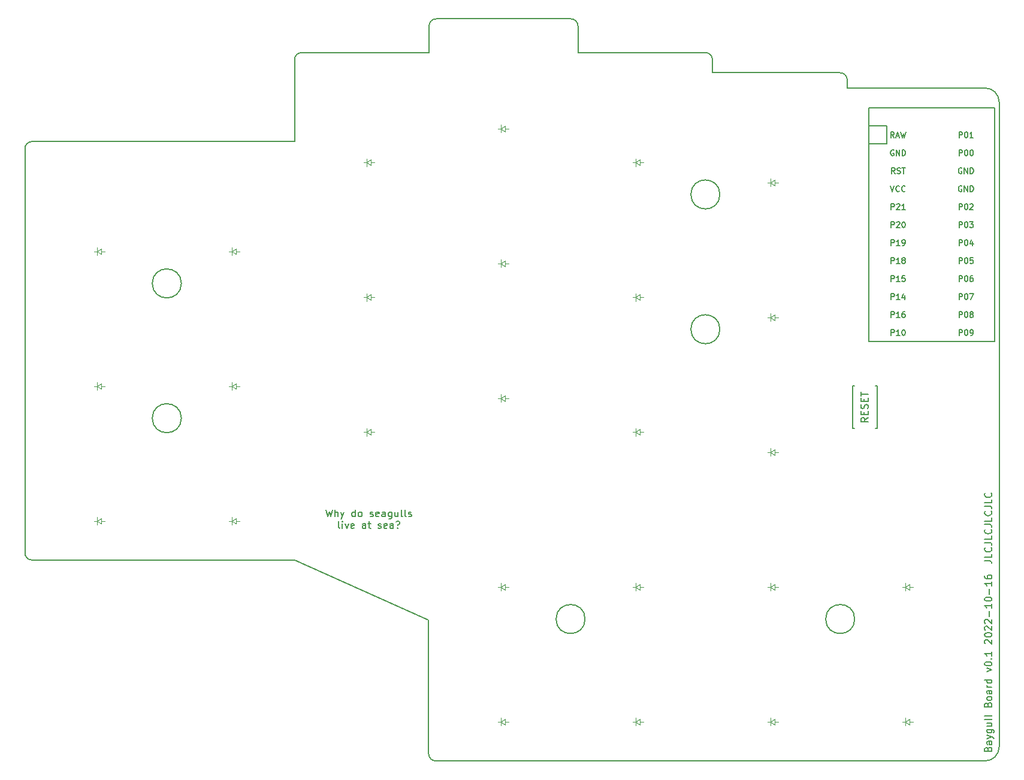
<source format=gbr>
G04 #@! TF.GenerationSoftware,KiCad,Pcbnew,5.1.5+dfsg1-2build2*
G04 #@! TF.CreationDate,2022-10-22T21:51:20+00:00*
G04 #@! TF.ProjectId,board,626f6172-642e-46b6-9963-61645f706362,v1.0.0*
G04 #@! TF.SameCoordinates,Original*
G04 #@! TF.FileFunction,Legend,Top*
G04 #@! TF.FilePolarity,Positive*
%FSLAX46Y46*%
G04 Gerber Fmt 4.6, Leading zero omitted, Abs format (unit mm)*
G04 Created by KiCad (PCBNEW 5.1.5+dfsg1-2build2) date 2022-10-22 21:51:20*
%MOMM*%
%LPD*%
G04 APERTURE LIST*
%ADD10C,0.150000*%
G04 #@! TA.AperFunction,Profile*
%ADD11C,0.150000*%
G04 #@! TD*
%ADD12C,0.100000*%
G04 APERTURE END LIST*
D10*
X51102380Y-3389880D02*
X51340476Y-4389880D01*
X51530952Y-3675595D01*
X51721428Y-4389880D01*
X51959523Y-3389880D01*
X52340476Y-4389880D02*
X52340476Y-3389880D01*
X52769047Y-4389880D02*
X52769047Y-3866071D01*
X52721428Y-3770833D01*
X52626190Y-3723214D01*
X52483333Y-3723214D01*
X52388095Y-3770833D01*
X52340476Y-3818452D01*
X53150000Y-3723214D02*
X53388095Y-4389880D01*
X53626190Y-3723214D02*
X53388095Y-4389880D01*
X53292857Y-4627976D01*
X53245238Y-4675595D01*
X53150000Y-4723214D01*
X55197619Y-4389880D02*
X55197619Y-3389880D01*
X55197619Y-4342261D02*
X55102380Y-4389880D01*
X54911904Y-4389880D01*
X54816666Y-4342261D01*
X54769047Y-4294642D01*
X54721428Y-4199404D01*
X54721428Y-3913690D01*
X54769047Y-3818452D01*
X54816666Y-3770833D01*
X54911904Y-3723214D01*
X55102380Y-3723214D01*
X55197619Y-3770833D01*
X55816666Y-4389880D02*
X55721428Y-4342261D01*
X55673809Y-4294642D01*
X55626190Y-4199404D01*
X55626190Y-3913690D01*
X55673809Y-3818452D01*
X55721428Y-3770833D01*
X55816666Y-3723214D01*
X55959523Y-3723214D01*
X56054761Y-3770833D01*
X56102380Y-3818452D01*
X56150000Y-3913690D01*
X56150000Y-4199404D01*
X56102380Y-4294642D01*
X56054761Y-4342261D01*
X55959523Y-4389880D01*
X55816666Y-4389880D01*
X57292857Y-4342261D02*
X57388095Y-4389880D01*
X57578571Y-4389880D01*
X57673809Y-4342261D01*
X57721428Y-4247023D01*
X57721428Y-4199404D01*
X57673809Y-4104166D01*
X57578571Y-4056547D01*
X57435714Y-4056547D01*
X57340476Y-4008928D01*
X57292857Y-3913690D01*
X57292857Y-3866071D01*
X57340476Y-3770833D01*
X57435714Y-3723214D01*
X57578571Y-3723214D01*
X57673809Y-3770833D01*
X58530952Y-4342261D02*
X58435714Y-4389880D01*
X58245238Y-4389880D01*
X58150000Y-4342261D01*
X58102380Y-4247023D01*
X58102380Y-3866071D01*
X58150000Y-3770833D01*
X58245238Y-3723214D01*
X58435714Y-3723214D01*
X58530952Y-3770833D01*
X58578571Y-3866071D01*
X58578571Y-3961309D01*
X58102380Y-4056547D01*
X59435714Y-4389880D02*
X59435714Y-3866071D01*
X59388095Y-3770833D01*
X59292857Y-3723214D01*
X59102380Y-3723214D01*
X59007142Y-3770833D01*
X59435714Y-4342261D02*
X59340476Y-4389880D01*
X59102380Y-4389880D01*
X59007142Y-4342261D01*
X58959523Y-4247023D01*
X58959523Y-4151785D01*
X59007142Y-4056547D01*
X59102380Y-4008928D01*
X59340476Y-4008928D01*
X59435714Y-3961309D01*
X60340476Y-3723214D02*
X60340476Y-4532738D01*
X60292857Y-4627976D01*
X60245238Y-4675595D01*
X60150000Y-4723214D01*
X60007142Y-4723214D01*
X59911904Y-4675595D01*
X60340476Y-4342261D02*
X60245238Y-4389880D01*
X60054761Y-4389880D01*
X59959523Y-4342261D01*
X59911904Y-4294642D01*
X59864285Y-4199404D01*
X59864285Y-3913690D01*
X59911904Y-3818452D01*
X59959523Y-3770833D01*
X60054761Y-3723214D01*
X60245238Y-3723214D01*
X60340476Y-3770833D01*
X61245238Y-3723214D02*
X61245238Y-4389880D01*
X60816666Y-3723214D02*
X60816666Y-4247023D01*
X60864285Y-4342261D01*
X60959523Y-4389880D01*
X61102380Y-4389880D01*
X61197619Y-4342261D01*
X61245238Y-4294642D01*
X61864285Y-4389880D02*
X61769047Y-4342261D01*
X61721428Y-4247023D01*
X61721428Y-3389880D01*
X62388095Y-4389880D02*
X62292857Y-4342261D01*
X62245238Y-4247023D01*
X62245238Y-3389880D01*
X62721428Y-4342261D02*
X62816666Y-4389880D01*
X63007142Y-4389880D01*
X63102380Y-4342261D01*
X63150000Y-4247023D01*
X63150000Y-4199404D01*
X63102380Y-4104166D01*
X63007142Y-4056547D01*
X62864285Y-4056547D01*
X62769047Y-4008928D01*
X62721428Y-3913690D01*
X62721428Y-3866071D01*
X62769047Y-3770833D01*
X62864285Y-3723214D01*
X63007142Y-3723214D01*
X63102380Y-3770833D01*
X53007142Y-6039880D02*
X52911904Y-5992261D01*
X52864285Y-5897023D01*
X52864285Y-5039880D01*
X53388095Y-6039880D02*
X53388095Y-5373214D01*
X53388095Y-5039880D02*
X53340476Y-5087500D01*
X53388095Y-5135119D01*
X53435714Y-5087500D01*
X53388095Y-5039880D01*
X53388095Y-5135119D01*
X53769047Y-5373214D02*
X54007142Y-6039880D01*
X54245238Y-5373214D01*
X55007142Y-5992261D02*
X54911904Y-6039880D01*
X54721428Y-6039880D01*
X54626190Y-5992261D01*
X54578571Y-5897023D01*
X54578571Y-5516071D01*
X54626190Y-5420833D01*
X54721428Y-5373214D01*
X54911904Y-5373214D01*
X55007142Y-5420833D01*
X55054761Y-5516071D01*
X55054761Y-5611309D01*
X54578571Y-5706547D01*
X56673809Y-6039880D02*
X56673809Y-5516071D01*
X56626190Y-5420833D01*
X56530952Y-5373214D01*
X56340476Y-5373214D01*
X56245238Y-5420833D01*
X56673809Y-5992261D02*
X56578571Y-6039880D01*
X56340476Y-6039880D01*
X56245238Y-5992261D01*
X56197619Y-5897023D01*
X56197619Y-5801785D01*
X56245238Y-5706547D01*
X56340476Y-5658928D01*
X56578571Y-5658928D01*
X56673809Y-5611309D01*
X57007142Y-5373214D02*
X57388095Y-5373214D01*
X57150000Y-5039880D02*
X57150000Y-5897023D01*
X57197619Y-5992261D01*
X57292857Y-6039880D01*
X57388095Y-6039880D01*
X58435714Y-5992261D02*
X58530952Y-6039880D01*
X58721428Y-6039880D01*
X58816666Y-5992261D01*
X58864285Y-5897023D01*
X58864285Y-5849404D01*
X58816666Y-5754166D01*
X58721428Y-5706547D01*
X58578571Y-5706547D01*
X58483333Y-5658928D01*
X58435714Y-5563690D01*
X58435714Y-5516071D01*
X58483333Y-5420833D01*
X58578571Y-5373214D01*
X58721428Y-5373214D01*
X58816666Y-5420833D01*
X59673809Y-5992261D02*
X59578571Y-6039880D01*
X59388095Y-6039880D01*
X59292857Y-5992261D01*
X59245238Y-5897023D01*
X59245238Y-5516071D01*
X59292857Y-5420833D01*
X59388095Y-5373214D01*
X59578571Y-5373214D01*
X59673809Y-5420833D01*
X59721428Y-5516071D01*
X59721428Y-5611309D01*
X59245238Y-5706547D01*
X60578571Y-6039880D02*
X60578571Y-5516071D01*
X60530952Y-5420833D01*
X60435714Y-5373214D01*
X60245238Y-5373214D01*
X60150000Y-5420833D01*
X60578571Y-5992261D02*
X60483333Y-6039880D01*
X60245238Y-6039880D01*
X60150000Y-5992261D01*
X60102380Y-5897023D01*
X60102380Y-5801785D01*
X60150000Y-5706547D01*
X60245238Y-5658928D01*
X60483333Y-5658928D01*
X60578571Y-5611309D01*
X61197619Y-5944642D02*
X61245238Y-5992261D01*
X61197619Y-6039880D01*
X61150000Y-5992261D01*
X61197619Y-5944642D01*
X61197619Y-6039880D01*
X61007142Y-5087500D02*
X61102380Y-5039880D01*
X61340476Y-5039880D01*
X61435714Y-5087500D01*
X61483333Y-5182738D01*
X61483333Y-5277976D01*
X61435714Y-5373214D01*
X61388095Y-5420833D01*
X61292857Y-5468452D01*
X61245238Y-5516071D01*
X61197619Y-5611309D01*
X61197619Y-5658928D01*
X144608571Y-37240571D02*
X144656190Y-37097714D01*
X144703809Y-37050095D01*
X144799047Y-37002476D01*
X144941904Y-37002476D01*
X145037142Y-37050095D01*
X145084761Y-37097714D01*
X145132380Y-37192952D01*
X145132380Y-37573904D01*
X144132380Y-37573904D01*
X144132380Y-37240571D01*
X144180000Y-37145333D01*
X144227619Y-37097714D01*
X144322857Y-37050095D01*
X144418095Y-37050095D01*
X144513333Y-37097714D01*
X144560952Y-37145333D01*
X144608571Y-37240571D01*
X144608571Y-37573904D01*
X145132380Y-36145333D02*
X144608571Y-36145333D01*
X144513333Y-36192952D01*
X144465714Y-36288190D01*
X144465714Y-36478666D01*
X144513333Y-36573904D01*
X145084761Y-36145333D02*
X145132380Y-36240571D01*
X145132380Y-36478666D01*
X145084761Y-36573904D01*
X144989523Y-36621523D01*
X144894285Y-36621523D01*
X144799047Y-36573904D01*
X144751428Y-36478666D01*
X144751428Y-36240571D01*
X144703809Y-36145333D01*
X144465714Y-35764380D02*
X145132380Y-35526285D01*
X144465714Y-35288190D02*
X145132380Y-35526285D01*
X145370476Y-35621523D01*
X145418095Y-35669142D01*
X145465714Y-35764380D01*
X144465714Y-34478666D02*
X145275238Y-34478666D01*
X145370476Y-34526285D01*
X145418095Y-34573904D01*
X145465714Y-34669142D01*
X145465714Y-34812000D01*
X145418095Y-34907238D01*
X145084761Y-34478666D02*
X145132380Y-34573904D01*
X145132380Y-34764380D01*
X145084761Y-34859619D01*
X145037142Y-34907238D01*
X144941904Y-34954857D01*
X144656190Y-34954857D01*
X144560952Y-34907238D01*
X144513333Y-34859619D01*
X144465714Y-34764380D01*
X144465714Y-34573904D01*
X144513333Y-34478666D01*
X144465714Y-33573904D02*
X145132380Y-33573904D01*
X144465714Y-34002476D02*
X144989523Y-34002476D01*
X145084761Y-33954857D01*
X145132380Y-33859619D01*
X145132380Y-33716761D01*
X145084761Y-33621523D01*
X145037142Y-33573904D01*
X145132380Y-32954857D02*
X145084761Y-33050095D01*
X144989523Y-33097714D01*
X144132380Y-33097714D01*
X145132380Y-32431047D02*
X145084761Y-32526285D01*
X144989523Y-32573904D01*
X144132380Y-32573904D01*
X144608571Y-30954857D02*
X144656190Y-30812000D01*
X144703809Y-30764380D01*
X144799047Y-30716761D01*
X144941904Y-30716761D01*
X145037142Y-30764380D01*
X145084761Y-30812000D01*
X145132380Y-30907238D01*
X145132380Y-31288190D01*
X144132380Y-31288190D01*
X144132380Y-30954857D01*
X144180000Y-30859619D01*
X144227619Y-30812000D01*
X144322857Y-30764380D01*
X144418095Y-30764380D01*
X144513333Y-30812000D01*
X144560952Y-30859619D01*
X144608571Y-30954857D01*
X144608571Y-31288190D01*
X145132380Y-30145333D02*
X145084761Y-30240571D01*
X145037142Y-30288190D01*
X144941904Y-30335809D01*
X144656190Y-30335809D01*
X144560952Y-30288190D01*
X144513333Y-30240571D01*
X144465714Y-30145333D01*
X144465714Y-30002476D01*
X144513333Y-29907238D01*
X144560952Y-29859619D01*
X144656190Y-29812000D01*
X144941904Y-29812000D01*
X145037142Y-29859619D01*
X145084761Y-29907238D01*
X145132380Y-30002476D01*
X145132380Y-30145333D01*
X145132380Y-28954857D02*
X144608571Y-28954857D01*
X144513333Y-29002476D01*
X144465714Y-29097714D01*
X144465714Y-29288190D01*
X144513333Y-29383428D01*
X145084761Y-28954857D02*
X145132380Y-29050095D01*
X145132380Y-29288190D01*
X145084761Y-29383428D01*
X144989523Y-29431047D01*
X144894285Y-29431047D01*
X144799047Y-29383428D01*
X144751428Y-29288190D01*
X144751428Y-29050095D01*
X144703809Y-28954857D01*
X145132380Y-28478666D02*
X144465714Y-28478666D01*
X144656190Y-28478666D02*
X144560952Y-28431047D01*
X144513333Y-28383428D01*
X144465714Y-28288190D01*
X144465714Y-28192952D01*
X145132380Y-27431047D02*
X144132380Y-27431047D01*
X145084761Y-27431047D02*
X145132380Y-27526285D01*
X145132380Y-27716761D01*
X145084761Y-27812000D01*
X145037142Y-27859619D01*
X144941904Y-27907238D01*
X144656190Y-27907238D01*
X144560952Y-27859619D01*
X144513333Y-27812000D01*
X144465714Y-27716761D01*
X144465714Y-27526285D01*
X144513333Y-27431047D01*
X144465714Y-26288190D02*
X145132380Y-26050095D01*
X144465714Y-25812000D01*
X144132380Y-25240571D02*
X144132380Y-25145333D01*
X144180000Y-25050095D01*
X144227619Y-25002476D01*
X144322857Y-24954857D01*
X144513333Y-24907238D01*
X144751428Y-24907238D01*
X144941904Y-24954857D01*
X145037142Y-25002476D01*
X145084761Y-25050095D01*
X145132380Y-25145333D01*
X145132380Y-25240571D01*
X145084761Y-25335809D01*
X145037142Y-25383428D01*
X144941904Y-25431047D01*
X144751428Y-25478666D01*
X144513333Y-25478666D01*
X144322857Y-25431047D01*
X144227619Y-25383428D01*
X144180000Y-25335809D01*
X144132380Y-25240571D01*
X145037142Y-24478666D02*
X145084761Y-24431047D01*
X145132380Y-24478666D01*
X145084761Y-24526285D01*
X145037142Y-24478666D01*
X145132380Y-24478666D01*
X145132380Y-23478666D02*
X145132380Y-24050095D01*
X145132380Y-23764380D02*
X144132380Y-23764380D01*
X144275238Y-23859619D01*
X144370476Y-23954857D01*
X144418095Y-24050095D01*
X144227619Y-22335809D02*
X144180000Y-22288190D01*
X144132380Y-22192952D01*
X144132380Y-21954857D01*
X144180000Y-21859619D01*
X144227619Y-21812000D01*
X144322857Y-21764380D01*
X144418095Y-21764380D01*
X144560952Y-21812000D01*
X145132380Y-22383428D01*
X145132380Y-21764380D01*
X144132380Y-21145333D02*
X144132380Y-21050095D01*
X144180000Y-20954857D01*
X144227619Y-20907238D01*
X144322857Y-20859619D01*
X144513333Y-20812000D01*
X144751428Y-20812000D01*
X144941904Y-20859619D01*
X145037142Y-20907238D01*
X145084761Y-20954857D01*
X145132380Y-21050095D01*
X145132380Y-21145333D01*
X145084761Y-21240571D01*
X145037142Y-21288190D01*
X144941904Y-21335809D01*
X144751428Y-21383428D01*
X144513333Y-21383428D01*
X144322857Y-21335809D01*
X144227619Y-21288190D01*
X144180000Y-21240571D01*
X144132380Y-21145333D01*
X144227619Y-20431047D02*
X144180000Y-20383428D01*
X144132380Y-20288190D01*
X144132380Y-20050095D01*
X144180000Y-19954857D01*
X144227619Y-19907238D01*
X144322857Y-19859619D01*
X144418095Y-19859619D01*
X144560952Y-19907238D01*
X145132380Y-20478666D01*
X145132380Y-19859619D01*
X144227619Y-19478666D02*
X144180000Y-19431047D01*
X144132380Y-19335809D01*
X144132380Y-19097714D01*
X144180000Y-19002476D01*
X144227619Y-18954857D01*
X144322857Y-18907238D01*
X144418095Y-18907238D01*
X144560952Y-18954857D01*
X145132380Y-19526285D01*
X145132380Y-18907238D01*
X144751428Y-18478666D02*
X144751428Y-17716761D01*
X145132380Y-16716761D02*
X145132380Y-17288190D01*
X145132380Y-17002476D02*
X144132380Y-17002476D01*
X144275238Y-17097714D01*
X144370476Y-17192952D01*
X144418095Y-17288190D01*
X144132380Y-16097714D02*
X144132380Y-16002476D01*
X144180000Y-15907238D01*
X144227619Y-15859619D01*
X144322857Y-15812000D01*
X144513333Y-15764380D01*
X144751428Y-15764380D01*
X144941904Y-15812000D01*
X145037142Y-15859619D01*
X145084761Y-15907238D01*
X145132380Y-16002476D01*
X145132380Y-16097714D01*
X145084761Y-16192952D01*
X145037142Y-16240571D01*
X144941904Y-16288190D01*
X144751428Y-16335809D01*
X144513333Y-16335809D01*
X144322857Y-16288190D01*
X144227619Y-16240571D01*
X144180000Y-16192952D01*
X144132380Y-16097714D01*
X144751428Y-15335809D02*
X144751428Y-14573904D01*
X145132380Y-13573904D02*
X145132380Y-14145333D01*
X145132380Y-13859619D02*
X144132380Y-13859619D01*
X144275238Y-13954857D01*
X144370476Y-14050095D01*
X144418095Y-14145333D01*
X144132380Y-12716761D02*
X144132380Y-12907238D01*
X144180000Y-13002476D01*
X144227619Y-13050095D01*
X144370476Y-13145333D01*
X144560952Y-13192952D01*
X144941904Y-13192952D01*
X145037142Y-13145333D01*
X145084761Y-13097714D01*
X145132380Y-13002476D01*
X145132380Y-12812000D01*
X145084761Y-12716761D01*
X145037142Y-12669142D01*
X144941904Y-12621523D01*
X144703809Y-12621523D01*
X144608571Y-12669142D01*
X144560952Y-12716761D01*
X144513333Y-12812000D01*
X144513333Y-13002476D01*
X144560952Y-13097714D01*
X144608571Y-13145333D01*
X144703809Y-13192952D01*
X144132380Y-10618190D02*
X144846666Y-10618190D01*
X144989523Y-10665809D01*
X145084761Y-10761047D01*
X145132380Y-10903904D01*
X145132380Y-10999142D01*
X145132380Y-9665809D02*
X145132380Y-10142000D01*
X144132380Y-10142000D01*
X145037142Y-8761047D02*
X145084761Y-8808666D01*
X145132380Y-8951523D01*
X145132380Y-9046761D01*
X145084761Y-9189619D01*
X144989523Y-9284857D01*
X144894285Y-9332476D01*
X144703809Y-9380095D01*
X144560952Y-9380095D01*
X144370476Y-9332476D01*
X144275238Y-9284857D01*
X144180000Y-9189619D01*
X144132380Y-9046761D01*
X144132380Y-8951523D01*
X144180000Y-8808666D01*
X144227619Y-8761047D01*
X144132380Y-8046761D02*
X144846666Y-8046761D01*
X144989523Y-8094380D01*
X145084761Y-8189619D01*
X145132380Y-8332476D01*
X145132380Y-8427714D01*
X145132380Y-7094380D02*
X145132380Y-7570571D01*
X144132380Y-7570571D01*
X145037142Y-6189619D02*
X145084761Y-6237238D01*
X145132380Y-6380095D01*
X145132380Y-6475333D01*
X145084761Y-6618190D01*
X144989523Y-6713428D01*
X144894285Y-6761047D01*
X144703809Y-6808666D01*
X144560952Y-6808666D01*
X144370476Y-6761047D01*
X144275238Y-6713428D01*
X144180000Y-6618190D01*
X144132380Y-6475333D01*
X144132380Y-6380095D01*
X144180000Y-6237238D01*
X144227619Y-6189619D01*
X144132380Y-5475333D02*
X144846666Y-5475333D01*
X144989523Y-5522952D01*
X145084761Y-5618190D01*
X145132380Y-5761047D01*
X145132380Y-5856285D01*
X145132380Y-4522952D02*
X145132380Y-4999142D01*
X144132380Y-4999142D01*
X145037142Y-3618190D02*
X145084761Y-3665809D01*
X145132380Y-3808666D01*
X145132380Y-3903904D01*
X145084761Y-4046761D01*
X144989523Y-4142000D01*
X144894285Y-4189619D01*
X144703809Y-4237238D01*
X144560952Y-4237238D01*
X144370476Y-4189619D01*
X144275238Y-4142000D01*
X144180000Y-4046761D01*
X144132380Y-3903904D01*
X144132380Y-3808666D01*
X144180000Y-3665809D01*
X144227619Y-3618190D01*
X144132380Y-2903904D02*
X144846666Y-2903904D01*
X144989523Y-2951523D01*
X145084761Y-3046761D01*
X145132380Y-3189619D01*
X145132380Y-3284857D01*
X145132380Y-1951523D02*
X145132380Y-2427714D01*
X144132380Y-2427714D01*
X145037142Y-1046761D02*
X145084761Y-1094380D01*
X145132380Y-1237238D01*
X145132380Y-1332476D01*
X145084761Y-1475333D01*
X144989523Y-1570571D01*
X144894285Y-1618190D01*
X144703809Y-1665809D01*
X144560952Y-1665809D01*
X144370476Y-1618190D01*
X144275238Y-1570571D01*
X144180000Y-1475333D01*
X144132380Y-1332476D01*
X144132380Y-1237238D01*
X144180000Y-1094380D01*
X144227619Y-1046761D01*
D11*
X9525000Y-10525000D02*
X46625000Y-10525000D01*
X8525000Y-9525000D02*
X8525000Y47625000D01*
X9525000Y-10525000D02*
G75*
G02X8525000Y-9525000I0J1000000D01*
G01*
X9525000Y48625000D02*
X46625000Y48625000D01*
X8525000Y47625000D02*
G75*
G02X9525000Y48625000I1000000J0D01*
G01*
X65625000Y61198000D02*
X47625000Y61198000D01*
X46625000Y60198000D02*
G75*
G02X47625000Y61198000I1000000J0D01*
G01*
X46625000Y60198000D02*
X46625000Y48625000D01*
X86675000Y61198000D02*
X86675000Y64960500D01*
X85675000Y65960500D02*
G75*
G02X86675000Y64960500I0J-1000000D01*
G01*
X85675000Y65960500D02*
X66625000Y65960500D01*
X65625000Y64960500D02*
G75*
G02X66625000Y65960500I1000000J0D01*
G01*
X65625000Y64960500D02*
X65625000Y61198000D01*
X105675000Y58340500D02*
X105675000Y60198000D01*
X104675000Y61198000D02*
G75*
G02X105675000Y60198000I0J-1000000D01*
G01*
X104675000Y61198000D02*
X86675000Y61198000D01*
X124725000Y56190500D02*
X124725000Y57340500D01*
X123725000Y58340500D02*
G75*
G02X124725000Y57340500I0J-1000000D01*
G01*
X123725000Y58340500D02*
X105675000Y58340500D01*
X65575000Y-37909500D02*
X65575000Y-18968378D01*
X66575000Y-38909500D02*
X144200000Y-38909500D01*
X66575000Y-38909500D02*
G75*
G02X65575000Y-37909500I0J1000000D01*
G01*
X65575000Y-18968378D02*
X46625000Y-10525000D01*
X146200000Y-36909500D02*
G75*
G02X144200000Y-38909500I-2000000J0D01*
G01*
X146200000Y-36909500D02*
X146200000Y54190500D01*
X144200000Y56190500D02*
G75*
G02X146200000Y54190500I0J-2000000D01*
G01*
X144200000Y56190500D02*
X124725000Y56190500D01*
X30625000Y28575000D02*
G75*
G03X30625000Y28575000I-2050000J0D01*
G01*
X30625000Y9525000D02*
G75*
G03X30625000Y9525000I-2050000J0D01*
G01*
X106725000Y41148000D02*
G75*
G03X106725000Y41148000I-2050000J0D01*
G01*
X106725000Y22098000D02*
G75*
G03X106725000Y22098000I-2050000J0D01*
G01*
X125775000Y-18859500D02*
G75*
G03X125775000Y-18859500I-2050000J0D01*
G01*
X87675000Y-18859500D02*
G75*
G03X87675000Y-18859500I-2050000J0D01*
G01*
D12*
G04 #@! TO.C,D1*
X19300000Y-5000000D02*
X19800000Y-5000000D01*
X19300000Y-5400000D02*
X18700000Y-5000000D01*
X19300000Y-4600000D02*
X19300000Y-5400000D01*
X18700000Y-5000000D02*
X19300000Y-4600000D01*
X18700000Y-5000000D02*
X18700000Y-5550000D01*
X18700000Y-5000000D02*
X18700000Y-4450000D01*
X18300000Y-5000000D02*
X18700000Y-5000000D01*
G04 #@! TO.C,D2*
X19300000Y14050000D02*
X19800000Y14050000D01*
X19300000Y13650000D02*
X18700000Y14050000D01*
X19300000Y14450000D02*
X19300000Y13650000D01*
X18700000Y14050000D02*
X19300000Y14450000D01*
X18700000Y14050000D02*
X18700000Y13500000D01*
X18700000Y14050000D02*
X18700000Y14600000D01*
X18300000Y14050000D02*
X18700000Y14050000D01*
G04 #@! TO.C,D3*
X19300000Y33100000D02*
X19800000Y33100000D01*
X19300000Y32700000D02*
X18700000Y33100000D01*
X19300000Y33500000D02*
X19300000Y32700000D01*
X18700000Y33100000D02*
X19300000Y33500000D01*
X18700000Y33100000D02*
X18700000Y32550000D01*
X18700000Y33100000D02*
X18700000Y33650000D01*
X18300000Y33100000D02*
X18700000Y33100000D01*
G04 #@! TO.C,D4*
X38350000Y-5000000D02*
X38850000Y-5000000D01*
X38350000Y-5400000D02*
X37750000Y-5000000D01*
X38350000Y-4600000D02*
X38350000Y-5400000D01*
X37750000Y-5000000D02*
X38350000Y-4600000D01*
X37750000Y-5000000D02*
X37750000Y-5550000D01*
X37750000Y-5000000D02*
X37750000Y-4450000D01*
X37350000Y-5000000D02*
X37750000Y-5000000D01*
G04 #@! TO.C,D5*
X38350000Y14050000D02*
X38850000Y14050000D01*
X38350000Y13650000D02*
X37750000Y14050000D01*
X38350000Y14450000D02*
X38350000Y13650000D01*
X37750000Y14050000D02*
X38350000Y14450000D01*
X37750000Y14050000D02*
X37750000Y13500000D01*
X37750000Y14050000D02*
X37750000Y14600000D01*
X37350000Y14050000D02*
X37750000Y14050000D01*
G04 #@! TO.C,D6*
X38350000Y33100000D02*
X38850000Y33100000D01*
X38350000Y32700000D02*
X37750000Y33100000D01*
X38350000Y33500000D02*
X38350000Y32700000D01*
X37750000Y33100000D02*
X38350000Y33500000D01*
X37750000Y33100000D02*
X37750000Y32550000D01*
X37750000Y33100000D02*
X37750000Y33650000D01*
X37350000Y33100000D02*
X37750000Y33100000D01*
G04 #@! TO.C,D7*
X57400000Y7573000D02*
X57900000Y7573000D01*
X57400000Y7173000D02*
X56800000Y7573000D01*
X57400000Y7973000D02*
X57400000Y7173000D01*
X56800000Y7573000D02*
X57400000Y7973000D01*
X56800000Y7573000D02*
X56800000Y7023000D01*
X56800000Y7573000D02*
X56800000Y8123000D01*
X56400000Y7573000D02*
X56800000Y7573000D01*
G04 #@! TO.C,D8*
X57400000Y26623000D02*
X57900000Y26623000D01*
X57400000Y26223000D02*
X56800000Y26623000D01*
X57400000Y27023000D02*
X57400000Y26223000D01*
X56800000Y26623000D02*
X57400000Y27023000D01*
X56800000Y26623000D02*
X56800000Y26073000D01*
X56800000Y26623000D02*
X56800000Y27173000D01*
X56400000Y26623000D02*
X56800000Y26623000D01*
G04 #@! TO.C,D9*
X57400000Y45673000D02*
X57900000Y45673000D01*
X57400000Y45273000D02*
X56800000Y45673000D01*
X57400000Y46073000D02*
X57400000Y45273000D01*
X56800000Y45673000D02*
X57400000Y46073000D01*
X56800000Y45673000D02*
X56800000Y45123000D01*
X56800000Y45673000D02*
X56800000Y46223000D01*
X56400000Y45673000D02*
X56800000Y45673000D01*
G04 #@! TO.C,D10*
X76400000Y12335500D02*
X76900000Y12335500D01*
X76400000Y11935500D02*
X75800000Y12335500D01*
X76400000Y12735500D02*
X76400000Y11935500D01*
X75800000Y12335500D02*
X76400000Y12735500D01*
X75800000Y12335500D02*
X75800000Y11785500D01*
X75800000Y12335500D02*
X75800000Y12885500D01*
X75400000Y12335500D02*
X75800000Y12335500D01*
G04 #@! TO.C,D11*
X76400000Y31385500D02*
X76900000Y31385500D01*
X76400000Y30985500D02*
X75800000Y31385500D01*
X76400000Y31785500D02*
X76400000Y30985500D01*
X75800000Y31385500D02*
X76400000Y31785500D01*
X75800000Y31385500D02*
X75800000Y30835500D01*
X75800000Y31385500D02*
X75800000Y31935500D01*
X75400000Y31385500D02*
X75800000Y31385500D01*
G04 #@! TO.C,D12*
X76400000Y50435500D02*
X76900000Y50435500D01*
X76400000Y50035500D02*
X75800000Y50435500D01*
X76400000Y50835500D02*
X76400000Y50035500D01*
X75800000Y50435500D02*
X76400000Y50835500D01*
X75800000Y50435500D02*
X75800000Y49885500D01*
X75800000Y50435500D02*
X75800000Y50985500D01*
X75400000Y50435500D02*
X75800000Y50435500D01*
G04 #@! TO.C,D13*
X95400000Y7573000D02*
X95900000Y7573000D01*
X95400000Y7173000D02*
X94800000Y7573000D01*
X95400000Y7973000D02*
X95400000Y7173000D01*
X94800000Y7573000D02*
X95400000Y7973000D01*
X94800000Y7573000D02*
X94800000Y7023000D01*
X94800000Y7573000D02*
X94800000Y8123000D01*
X94400000Y7573000D02*
X94800000Y7573000D01*
G04 #@! TO.C,D14*
X95400000Y26623000D02*
X95900000Y26623000D01*
X95400000Y26223000D02*
X94800000Y26623000D01*
X95400000Y27023000D02*
X95400000Y26223000D01*
X94800000Y26623000D02*
X95400000Y27023000D01*
X94800000Y26623000D02*
X94800000Y26073000D01*
X94800000Y26623000D02*
X94800000Y27173000D01*
X94400000Y26623000D02*
X94800000Y26623000D01*
G04 #@! TO.C,D15*
X95400000Y45673000D02*
X95900000Y45673000D01*
X95400000Y45273000D02*
X94800000Y45673000D01*
X95400000Y46073000D02*
X95400000Y45273000D01*
X94800000Y45673000D02*
X95400000Y46073000D01*
X94800000Y45673000D02*
X94800000Y45123000D01*
X94800000Y45673000D02*
X94800000Y46223000D01*
X94400000Y45673000D02*
X94800000Y45673000D01*
G04 #@! TO.C,D16*
X114450000Y4715500D02*
X114950000Y4715500D01*
X114450000Y4315500D02*
X113850000Y4715500D01*
X114450000Y5115500D02*
X114450000Y4315500D01*
X113850000Y4715500D02*
X114450000Y5115500D01*
X113850000Y4715500D02*
X113850000Y4165500D01*
X113850000Y4715500D02*
X113850000Y5265500D01*
X113450000Y4715500D02*
X113850000Y4715500D01*
G04 #@! TO.C,D17*
X114450000Y23765500D02*
X114950000Y23765500D01*
X114450000Y23365500D02*
X113850000Y23765500D01*
X114450000Y24165500D02*
X114450000Y23365500D01*
X113850000Y23765500D02*
X114450000Y24165500D01*
X113850000Y23765500D02*
X113850000Y23215500D01*
X113850000Y23765500D02*
X113850000Y24315500D01*
X113450000Y23765500D02*
X113850000Y23765500D01*
G04 #@! TO.C,D18*
X114450000Y42815500D02*
X114950000Y42815500D01*
X114450000Y42415500D02*
X113850000Y42815500D01*
X114450000Y43215500D02*
X114450000Y42415500D01*
X113850000Y42815500D02*
X114450000Y43215500D01*
X113850000Y42815500D02*
X113850000Y42265500D01*
X113850000Y42815500D02*
X113850000Y43365500D01*
X113450000Y42815500D02*
X113850000Y42815500D01*
G04 #@! TO.C,D19*
X76350000Y-14334500D02*
X76850000Y-14334500D01*
X76350000Y-14734500D02*
X75750000Y-14334500D01*
X76350000Y-13934500D02*
X76350000Y-14734500D01*
X75750000Y-14334500D02*
X76350000Y-13934500D01*
X75750000Y-14334500D02*
X75750000Y-14884500D01*
X75750000Y-14334500D02*
X75750000Y-13784500D01*
X75350000Y-14334500D02*
X75750000Y-14334500D01*
G04 #@! TO.C,D20*
X76350000Y-33384500D02*
X76850000Y-33384500D01*
X76350000Y-33784500D02*
X75750000Y-33384500D01*
X76350000Y-32984500D02*
X76350000Y-33784500D01*
X75750000Y-33384500D02*
X76350000Y-32984500D01*
X75750000Y-33384500D02*
X75750000Y-33934500D01*
X75750000Y-33384500D02*
X75750000Y-32834500D01*
X75350000Y-33384500D02*
X75750000Y-33384500D01*
G04 #@! TO.C,D21*
X95400000Y-14334500D02*
X95900000Y-14334500D01*
X95400000Y-14734500D02*
X94800000Y-14334500D01*
X95400000Y-13934500D02*
X95400000Y-14734500D01*
X94800000Y-14334500D02*
X95400000Y-13934500D01*
X94800000Y-14334500D02*
X94800000Y-14884500D01*
X94800000Y-14334500D02*
X94800000Y-13784500D01*
X94400000Y-14334500D02*
X94800000Y-14334500D01*
G04 #@! TO.C,D22*
X95400000Y-33384500D02*
X95900000Y-33384500D01*
X95400000Y-33784500D02*
X94800000Y-33384500D01*
X95400000Y-32984500D02*
X95400000Y-33784500D01*
X94800000Y-33384500D02*
X95400000Y-32984500D01*
X94800000Y-33384500D02*
X94800000Y-33934500D01*
X94800000Y-33384500D02*
X94800000Y-32834500D01*
X94400000Y-33384500D02*
X94800000Y-33384500D01*
G04 #@! TO.C,D23*
X114450000Y-14334500D02*
X114950000Y-14334500D01*
X114450000Y-14734500D02*
X113850000Y-14334500D01*
X114450000Y-13934500D02*
X114450000Y-14734500D01*
X113850000Y-14334500D02*
X114450000Y-13934500D01*
X113850000Y-14334500D02*
X113850000Y-14884500D01*
X113850000Y-14334500D02*
X113850000Y-13784500D01*
X113450000Y-14334500D02*
X113850000Y-14334500D01*
G04 #@! TO.C,D24*
X114450000Y-33384500D02*
X114950000Y-33384500D01*
X114450000Y-33784500D02*
X113850000Y-33384500D01*
X114450000Y-32984500D02*
X114450000Y-33784500D01*
X113850000Y-33384500D02*
X114450000Y-32984500D01*
X113850000Y-33384500D02*
X113850000Y-33934500D01*
X113850000Y-33384500D02*
X113850000Y-32834500D01*
X113450000Y-33384500D02*
X113850000Y-33384500D01*
G04 #@! TO.C,D25*
X133500000Y-14334500D02*
X134000000Y-14334500D01*
X133500000Y-14734500D02*
X132900000Y-14334500D01*
X133500000Y-13934500D02*
X133500000Y-14734500D01*
X132900000Y-14334500D02*
X133500000Y-13934500D01*
X132900000Y-14334500D02*
X132900000Y-14884500D01*
X132900000Y-14334500D02*
X132900000Y-13784500D01*
X132500000Y-14334500D02*
X132900000Y-14334500D01*
G04 #@! TO.C,D26*
X133500000Y-33384500D02*
X134000000Y-33384500D01*
X133500000Y-33784500D02*
X132900000Y-33384500D01*
X133500000Y-32984500D02*
X133500000Y-33784500D01*
X132900000Y-33384500D02*
X133500000Y-32984500D01*
X132900000Y-33384500D02*
X132900000Y-33934500D01*
X132900000Y-33384500D02*
X132900000Y-32834500D01*
X132500000Y-33384500D02*
X132900000Y-33384500D01*
D10*
G04 #@! TO.C,MCU2*
X127810000Y53345500D02*
X127810000Y20325500D01*
X127810000Y20325500D02*
X145590000Y20325500D01*
X145590000Y20325500D02*
X145590000Y53345500D01*
X145590000Y53345500D02*
X127810000Y53345500D01*
X130350000Y50805500D02*
X130350000Y48265500D01*
X130350000Y50805500D02*
X127810000Y50805500D01*
X130350000Y48265500D02*
X127810000Y48265500D01*
G04 #@! TO.C,B1*
X125450000Y14065500D02*
X125450000Y8065500D01*
X125450000Y8065500D02*
X125700000Y8065500D01*
X125450000Y14065500D02*
X125700000Y14065500D01*
X128950000Y14065500D02*
X128700000Y14065500D01*
X128950000Y14065500D02*
X128950000Y8065500D01*
X128950000Y8065500D02*
X128700000Y8065500D01*
G04 #@! TD*
G04 #@! TO.C,MCU2*
X131347619Y49173595D02*
X131080952Y49554547D01*
X130890476Y49173595D02*
X130890476Y49973595D01*
X131195238Y49973595D01*
X131271428Y49935500D01*
X131309523Y49897404D01*
X131347619Y49821214D01*
X131347619Y49706928D01*
X131309523Y49630738D01*
X131271428Y49592642D01*
X131195238Y49554547D01*
X130890476Y49554547D01*
X131652380Y49402166D02*
X132033333Y49402166D01*
X131576190Y49173595D02*
X131842857Y49973595D01*
X132109523Y49173595D01*
X132300000Y49973595D02*
X132490476Y49173595D01*
X132642857Y49745023D01*
X132795238Y49173595D01*
X132985714Y49973595D01*
X131290476Y47395500D02*
X131214285Y47433595D01*
X131100000Y47433595D01*
X130985714Y47395500D01*
X130909523Y47319309D01*
X130871428Y47243119D01*
X130833333Y47090738D01*
X130833333Y46976452D01*
X130871428Y46824071D01*
X130909523Y46747880D01*
X130985714Y46671690D01*
X131100000Y46633595D01*
X131176190Y46633595D01*
X131290476Y46671690D01*
X131328571Y46709785D01*
X131328571Y46976452D01*
X131176190Y46976452D01*
X131671428Y46633595D02*
X131671428Y47433595D01*
X132128571Y46633595D01*
X132128571Y47433595D01*
X132509523Y46633595D02*
X132509523Y47433595D01*
X132700000Y47433595D01*
X132814285Y47395500D01*
X132890476Y47319309D01*
X132928571Y47243119D01*
X132966666Y47090738D01*
X132966666Y46976452D01*
X132928571Y46824071D01*
X132890476Y46747880D01*
X132814285Y46671690D01*
X132700000Y46633595D01*
X132509523Y46633595D01*
X131461904Y44093595D02*
X131195238Y44474547D01*
X131004761Y44093595D02*
X131004761Y44893595D01*
X131309523Y44893595D01*
X131385714Y44855500D01*
X131423809Y44817404D01*
X131461904Y44741214D01*
X131461904Y44626928D01*
X131423809Y44550738D01*
X131385714Y44512642D01*
X131309523Y44474547D01*
X131004761Y44474547D01*
X131766666Y44131690D02*
X131880952Y44093595D01*
X132071428Y44093595D01*
X132147619Y44131690D01*
X132185714Y44169785D01*
X132223809Y44245976D01*
X132223809Y44322166D01*
X132185714Y44398357D01*
X132147619Y44436452D01*
X132071428Y44474547D01*
X131919047Y44512642D01*
X131842857Y44550738D01*
X131804761Y44588833D01*
X131766666Y44665023D01*
X131766666Y44741214D01*
X131804761Y44817404D01*
X131842857Y44855500D01*
X131919047Y44893595D01*
X132109523Y44893595D01*
X132223809Y44855500D01*
X132452380Y44893595D02*
X132909523Y44893595D01*
X132680952Y44093595D02*
X132680952Y44893595D01*
X130833333Y42353595D02*
X131100000Y41553595D01*
X131366666Y42353595D01*
X132090476Y41629785D02*
X132052380Y41591690D01*
X131938095Y41553595D01*
X131861904Y41553595D01*
X131747619Y41591690D01*
X131671428Y41667880D01*
X131633333Y41744071D01*
X131595238Y41896452D01*
X131595238Y42010738D01*
X131633333Y42163119D01*
X131671428Y42239309D01*
X131747619Y42315500D01*
X131861904Y42353595D01*
X131938095Y42353595D01*
X132052380Y42315500D01*
X132090476Y42277404D01*
X132890476Y41629785D02*
X132852380Y41591690D01*
X132738095Y41553595D01*
X132661904Y41553595D01*
X132547619Y41591690D01*
X132471428Y41667880D01*
X132433333Y41744071D01*
X132395238Y41896452D01*
X132395238Y42010738D01*
X132433333Y42163119D01*
X132471428Y42239309D01*
X132547619Y42315500D01*
X132661904Y42353595D01*
X132738095Y42353595D01*
X132852380Y42315500D01*
X132890476Y42277404D01*
X130928571Y39013595D02*
X130928571Y39813595D01*
X131233333Y39813595D01*
X131309523Y39775500D01*
X131347619Y39737404D01*
X131385714Y39661214D01*
X131385714Y39546928D01*
X131347619Y39470738D01*
X131309523Y39432642D01*
X131233333Y39394547D01*
X130928571Y39394547D01*
X131690476Y39737404D02*
X131728571Y39775500D01*
X131804761Y39813595D01*
X131995238Y39813595D01*
X132071428Y39775500D01*
X132109523Y39737404D01*
X132147619Y39661214D01*
X132147619Y39585023D01*
X132109523Y39470738D01*
X131652380Y39013595D01*
X132147619Y39013595D01*
X132909523Y39013595D02*
X132452380Y39013595D01*
X132680952Y39013595D02*
X132680952Y39813595D01*
X132604761Y39699309D01*
X132528571Y39623119D01*
X132452380Y39585023D01*
X130928571Y36473595D02*
X130928571Y37273595D01*
X131233333Y37273595D01*
X131309523Y37235500D01*
X131347619Y37197404D01*
X131385714Y37121214D01*
X131385714Y37006928D01*
X131347619Y36930738D01*
X131309523Y36892642D01*
X131233333Y36854547D01*
X130928571Y36854547D01*
X131690476Y37197404D02*
X131728571Y37235500D01*
X131804761Y37273595D01*
X131995238Y37273595D01*
X132071428Y37235500D01*
X132109523Y37197404D01*
X132147619Y37121214D01*
X132147619Y37045023D01*
X132109523Y36930738D01*
X131652380Y36473595D01*
X132147619Y36473595D01*
X132642857Y37273595D02*
X132719047Y37273595D01*
X132795238Y37235500D01*
X132833333Y37197404D01*
X132871428Y37121214D01*
X132909523Y36968833D01*
X132909523Y36778357D01*
X132871428Y36625976D01*
X132833333Y36549785D01*
X132795238Y36511690D01*
X132719047Y36473595D01*
X132642857Y36473595D01*
X132566666Y36511690D01*
X132528571Y36549785D01*
X132490476Y36625976D01*
X132452380Y36778357D01*
X132452380Y36968833D01*
X132490476Y37121214D01*
X132528571Y37197404D01*
X132566666Y37235500D01*
X132642857Y37273595D01*
X130928571Y33933595D02*
X130928571Y34733595D01*
X131233333Y34733595D01*
X131309523Y34695500D01*
X131347619Y34657404D01*
X131385714Y34581214D01*
X131385714Y34466928D01*
X131347619Y34390738D01*
X131309523Y34352642D01*
X131233333Y34314547D01*
X130928571Y34314547D01*
X132147619Y33933595D02*
X131690476Y33933595D01*
X131919047Y33933595D02*
X131919047Y34733595D01*
X131842857Y34619309D01*
X131766666Y34543119D01*
X131690476Y34505023D01*
X132528571Y33933595D02*
X132680952Y33933595D01*
X132757142Y33971690D01*
X132795238Y34009785D01*
X132871428Y34124071D01*
X132909523Y34276452D01*
X132909523Y34581214D01*
X132871428Y34657404D01*
X132833333Y34695500D01*
X132757142Y34733595D01*
X132604761Y34733595D01*
X132528571Y34695500D01*
X132490476Y34657404D01*
X132452380Y34581214D01*
X132452380Y34390738D01*
X132490476Y34314547D01*
X132528571Y34276452D01*
X132604761Y34238357D01*
X132757142Y34238357D01*
X132833333Y34276452D01*
X132871428Y34314547D01*
X132909523Y34390738D01*
X130928571Y31393595D02*
X130928571Y32193595D01*
X131233333Y32193595D01*
X131309523Y32155500D01*
X131347619Y32117404D01*
X131385714Y32041214D01*
X131385714Y31926928D01*
X131347619Y31850738D01*
X131309523Y31812642D01*
X131233333Y31774547D01*
X130928571Y31774547D01*
X132147619Y31393595D02*
X131690476Y31393595D01*
X131919047Y31393595D02*
X131919047Y32193595D01*
X131842857Y32079309D01*
X131766666Y32003119D01*
X131690476Y31965023D01*
X132604761Y31850738D02*
X132528571Y31888833D01*
X132490476Y31926928D01*
X132452380Y32003119D01*
X132452380Y32041214D01*
X132490476Y32117404D01*
X132528571Y32155500D01*
X132604761Y32193595D01*
X132757142Y32193595D01*
X132833333Y32155500D01*
X132871428Y32117404D01*
X132909523Y32041214D01*
X132909523Y32003119D01*
X132871428Y31926928D01*
X132833333Y31888833D01*
X132757142Y31850738D01*
X132604761Y31850738D01*
X132528571Y31812642D01*
X132490476Y31774547D01*
X132452380Y31698357D01*
X132452380Y31545976D01*
X132490476Y31469785D01*
X132528571Y31431690D01*
X132604761Y31393595D01*
X132757142Y31393595D01*
X132833333Y31431690D01*
X132871428Y31469785D01*
X132909523Y31545976D01*
X132909523Y31698357D01*
X132871428Y31774547D01*
X132833333Y31812642D01*
X132757142Y31850738D01*
X130928571Y28853595D02*
X130928571Y29653595D01*
X131233333Y29653595D01*
X131309523Y29615500D01*
X131347619Y29577404D01*
X131385714Y29501214D01*
X131385714Y29386928D01*
X131347619Y29310738D01*
X131309523Y29272642D01*
X131233333Y29234547D01*
X130928571Y29234547D01*
X132147619Y28853595D02*
X131690476Y28853595D01*
X131919047Y28853595D02*
X131919047Y29653595D01*
X131842857Y29539309D01*
X131766666Y29463119D01*
X131690476Y29425023D01*
X132871428Y29653595D02*
X132490476Y29653595D01*
X132452380Y29272642D01*
X132490476Y29310738D01*
X132566666Y29348833D01*
X132757142Y29348833D01*
X132833333Y29310738D01*
X132871428Y29272642D01*
X132909523Y29196452D01*
X132909523Y29005976D01*
X132871428Y28929785D01*
X132833333Y28891690D01*
X132757142Y28853595D01*
X132566666Y28853595D01*
X132490476Y28891690D01*
X132452380Y28929785D01*
X130928571Y26313595D02*
X130928571Y27113595D01*
X131233333Y27113595D01*
X131309523Y27075500D01*
X131347619Y27037404D01*
X131385714Y26961214D01*
X131385714Y26846928D01*
X131347619Y26770738D01*
X131309523Y26732642D01*
X131233333Y26694547D01*
X130928571Y26694547D01*
X132147619Y26313595D02*
X131690476Y26313595D01*
X131919047Y26313595D02*
X131919047Y27113595D01*
X131842857Y26999309D01*
X131766666Y26923119D01*
X131690476Y26885023D01*
X132833333Y26846928D02*
X132833333Y26313595D01*
X132642857Y27151690D02*
X132452380Y26580261D01*
X132947619Y26580261D01*
X130928571Y23773595D02*
X130928571Y24573595D01*
X131233333Y24573595D01*
X131309523Y24535500D01*
X131347619Y24497404D01*
X131385714Y24421214D01*
X131385714Y24306928D01*
X131347619Y24230738D01*
X131309523Y24192642D01*
X131233333Y24154547D01*
X130928571Y24154547D01*
X132147619Y23773595D02*
X131690476Y23773595D01*
X131919047Y23773595D02*
X131919047Y24573595D01*
X131842857Y24459309D01*
X131766666Y24383119D01*
X131690476Y24345023D01*
X132833333Y24573595D02*
X132680952Y24573595D01*
X132604761Y24535500D01*
X132566666Y24497404D01*
X132490476Y24383119D01*
X132452380Y24230738D01*
X132452380Y23925976D01*
X132490476Y23849785D01*
X132528571Y23811690D01*
X132604761Y23773595D01*
X132757142Y23773595D01*
X132833333Y23811690D01*
X132871428Y23849785D01*
X132909523Y23925976D01*
X132909523Y24116452D01*
X132871428Y24192642D01*
X132833333Y24230738D01*
X132757142Y24268833D01*
X132604761Y24268833D01*
X132528571Y24230738D01*
X132490476Y24192642D01*
X132452380Y24116452D01*
X130928571Y21233595D02*
X130928571Y22033595D01*
X131233333Y22033595D01*
X131309523Y21995500D01*
X131347619Y21957404D01*
X131385714Y21881214D01*
X131385714Y21766928D01*
X131347619Y21690738D01*
X131309523Y21652642D01*
X131233333Y21614547D01*
X130928571Y21614547D01*
X132147619Y21233595D02*
X131690476Y21233595D01*
X131919047Y21233595D02*
X131919047Y22033595D01*
X131842857Y21919309D01*
X131766666Y21843119D01*
X131690476Y21805023D01*
X132642857Y22033595D02*
X132719047Y22033595D01*
X132795238Y21995500D01*
X132833333Y21957404D01*
X132871428Y21881214D01*
X132909523Y21728833D01*
X132909523Y21538357D01*
X132871428Y21385976D01*
X132833333Y21309785D01*
X132795238Y21271690D01*
X132719047Y21233595D01*
X132642857Y21233595D01*
X132566666Y21271690D01*
X132528571Y21309785D01*
X132490476Y21385976D01*
X132452380Y21538357D01*
X132452380Y21728833D01*
X132490476Y21881214D01*
X132528571Y21957404D01*
X132566666Y21995500D01*
X132642857Y22033595D01*
X140528571Y49173595D02*
X140528571Y49973595D01*
X140833333Y49973595D01*
X140909523Y49935500D01*
X140947619Y49897404D01*
X140985714Y49821214D01*
X140985714Y49706928D01*
X140947619Y49630738D01*
X140909523Y49592642D01*
X140833333Y49554547D01*
X140528571Y49554547D01*
X141480952Y49973595D02*
X141557142Y49973595D01*
X141633333Y49935500D01*
X141671428Y49897404D01*
X141709523Y49821214D01*
X141747619Y49668833D01*
X141747619Y49478357D01*
X141709523Y49325976D01*
X141671428Y49249785D01*
X141633333Y49211690D01*
X141557142Y49173595D01*
X141480952Y49173595D01*
X141404761Y49211690D01*
X141366666Y49249785D01*
X141328571Y49325976D01*
X141290476Y49478357D01*
X141290476Y49668833D01*
X141328571Y49821214D01*
X141366666Y49897404D01*
X141404761Y49935500D01*
X141480952Y49973595D01*
X142509523Y49173595D02*
X142052380Y49173595D01*
X142280952Y49173595D02*
X142280952Y49973595D01*
X142204761Y49859309D01*
X142128571Y49783119D01*
X142052380Y49745023D01*
X140528571Y46633595D02*
X140528571Y47433595D01*
X140833333Y47433595D01*
X140909523Y47395500D01*
X140947619Y47357404D01*
X140985714Y47281214D01*
X140985714Y47166928D01*
X140947619Y47090738D01*
X140909523Y47052642D01*
X140833333Y47014547D01*
X140528571Y47014547D01*
X141480952Y47433595D02*
X141557142Y47433595D01*
X141633333Y47395500D01*
X141671428Y47357404D01*
X141709523Y47281214D01*
X141747619Y47128833D01*
X141747619Y46938357D01*
X141709523Y46785976D01*
X141671428Y46709785D01*
X141633333Y46671690D01*
X141557142Y46633595D01*
X141480952Y46633595D01*
X141404761Y46671690D01*
X141366666Y46709785D01*
X141328571Y46785976D01*
X141290476Y46938357D01*
X141290476Y47128833D01*
X141328571Y47281214D01*
X141366666Y47357404D01*
X141404761Y47395500D01*
X141480952Y47433595D01*
X142242857Y47433595D02*
X142319047Y47433595D01*
X142395238Y47395500D01*
X142433333Y47357404D01*
X142471428Y47281214D01*
X142509523Y47128833D01*
X142509523Y46938357D01*
X142471428Y46785976D01*
X142433333Y46709785D01*
X142395238Y46671690D01*
X142319047Y46633595D01*
X142242857Y46633595D01*
X142166666Y46671690D01*
X142128571Y46709785D01*
X142090476Y46785976D01*
X142052380Y46938357D01*
X142052380Y47128833D01*
X142090476Y47281214D01*
X142128571Y47357404D01*
X142166666Y47395500D01*
X142242857Y47433595D01*
X140890476Y44855500D02*
X140814285Y44893595D01*
X140700000Y44893595D01*
X140585714Y44855500D01*
X140509523Y44779309D01*
X140471428Y44703119D01*
X140433333Y44550738D01*
X140433333Y44436452D01*
X140471428Y44284071D01*
X140509523Y44207880D01*
X140585714Y44131690D01*
X140700000Y44093595D01*
X140776190Y44093595D01*
X140890476Y44131690D01*
X140928571Y44169785D01*
X140928571Y44436452D01*
X140776190Y44436452D01*
X141271428Y44093595D02*
X141271428Y44893595D01*
X141728571Y44093595D01*
X141728571Y44893595D01*
X142109523Y44093595D02*
X142109523Y44893595D01*
X142300000Y44893595D01*
X142414285Y44855500D01*
X142490476Y44779309D01*
X142528571Y44703119D01*
X142566666Y44550738D01*
X142566666Y44436452D01*
X142528571Y44284071D01*
X142490476Y44207880D01*
X142414285Y44131690D01*
X142300000Y44093595D01*
X142109523Y44093595D01*
X140890476Y42315500D02*
X140814285Y42353595D01*
X140700000Y42353595D01*
X140585714Y42315500D01*
X140509523Y42239309D01*
X140471428Y42163119D01*
X140433333Y42010738D01*
X140433333Y41896452D01*
X140471428Y41744071D01*
X140509523Y41667880D01*
X140585714Y41591690D01*
X140700000Y41553595D01*
X140776190Y41553595D01*
X140890476Y41591690D01*
X140928571Y41629785D01*
X140928571Y41896452D01*
X140776190Y41896452D01*
X141271428Y41553595D02*
X141271428Y42353595D01*
X141728571Y41553595D01*
X141728571Y42353595D01*
X142109523Y41553595D02*
X142109523Y42353595D01*
X142300000Y42353595D01*
X142414285Y42315500D01*
X142490476Y42239309D01*
X142528571Y42163119D01*
X142566666Y42010738D01*
X142566666Y41896452D01*
X142528571Y41744071D01*
X142490476Y41667880D01*
X142414285Y41591690D01*
X142300000Y41553595D01*
X142109523Y41553595D01*
X140528571Y39013595D02*
X140528571Y39813595D01*
X140833333Y39813595D01*
X140909523Y39775500D01*
X140947619Y39737404D01*
X140985714Y39661214D01*
X140985714Y39546928D01*
X140947619Y39470738D01*
X140909523Y39432642D01*
X140833333Y39394547D01*
X140528571Y39394547D01*
X141480952Y39813595D02*
X141557142Y39813595D01*
X141633333Y39775500D01*
X141671428Y39737404D01*
X141709523Y39661214D01*
X141747619Y39508833D01*
X141747619Y39318357D01*
X141709523Y39165976D01*
X141671428Y39089785D01*
X141633333Y39051690D01*
X141557142Y39013595D01*
X141480952Y39013595D01*
X141404761Y39051690D01*
X141366666Y39089785D01*
X141328571Y39165976D01*
X141290476Y39318357D01*
X141290476Y39508833D01*
X141328571Y39661214D01*
X141366666Y39737404D01*
X141404761Y39775500D01*
X141480952Y39813595D01*
X142052380Y39737404D02*
X142090476Y39775500D01*
X142166666Y39813595D01*
X142357142Y39813595D01*
X142433333Y39775500D01*
X142471428Y39737404D01*
X142509523Y39661214D01*
X142509523Y39585023D01*
X142471428Y39470738D01*
X142014285Y39013595D01*
X142509523Y39013595D01*
X140528571Y36473595D02*
X140528571Y37273595D01*
X140833333Y37273595D01*
X140909523Y37235500D01*
X140947619Y37197404D01*
X140985714Y37121214D01*
X140985714Y37006928D01*
X140947619Y36930738D01*
X140909523Y36892642D01*
X140833333Y36854547D01*
X140528571Y36854547D01*
X141480952Y37273595D02*
X141557142Y37273595D01*
X141633333Y37235500D01*
X141671428Y37197404D01*
X141709523Y37121214D01*
X141747619Y36968833D01*
X141747619Y36778357D01*
X141709523Y36625976D01*
X141671428Y36549785D01*
X141633333Y36511690D01*
X141557142Y36473595D01*
X141480952Y36473595D01*
X141404761Y36511690D01*
X141366666Y36549785D01*
X141328571Y36625976D01*
X141290476Y36778357D01*
X141290476Y36968833D01*
X141328571Y37121214D01*
X141366666Y37197404D01*
X141404761Y37235500D01*
X141480952Y37273595D01*
X142014285Y37273595D02*
X142509523Y37273595D01*
X142242857Y36968833D01*
X142357142Y36968833D01*
X142433333Y36930738D01*
X142471428Y36892642D01*
X142509523Y36816452D01*
X142509523Y36625976D01*
X142471428Y36549785D01*
X142433333Y36511690D01*
X142357142Y36473595D01*
X142128571Y36473595D01*
X142052380Y36511690D01*
X142014285Y36549785D01*
X140528571Y33933595D02*
X140528571Y34733595D01*
X140833333Y34733595D01*
X140909523Y34695500D01*
X140947619Y34657404D01*
X140985714Y34581214D01*
X140985714Y34466928D01*
X140947619Y34390738D01*
X140909523Y34352642D01*
X140833333Y34314547D01*
X140528571Y34314547D01*
X141480952Y34733595D02*
X141557142Y34733595D01*
X141633333Y34695500D01*
X141671428Y34657404D01*
X141709523Y34581214D01*
X141747619Y34428833D01*
X141747619Y34238357D01*
X141709523Y34085976D01*
X141671428Y34009785D01*
X141633333Y33971690D01*
X141557142Y33933595D01*
X141480952Y33933595D01*
X141404761Y33971690D01*
X141366666Y34009785D01*
X141328571Y34085976D01*
X141290476Y34238357D01*
X141290476Y34428833D01*
X141328571Y34581214D01*
X141366666Y34657404D01*
X141404761Y34695500D01*
X141480952Y34733595D01*
X142433333Y34466928D02*
X142433333Y33933595D01*
X142242857Y34771690D02*
X142052380Y34200261D01*
X142547619Y34200261D01*
X140528571Y31393595D02*
X140528571Y32193595D01*
X140833333Y32193595D01*
X140909523Y32155500D01*
X140947619Y32117404D01*
X140985714Y32041214D01*
X140985714Y31926928D01*
X140947619Y31850738D01*
X140909523Y31812642D01*
X140833333Y31774547D01*
X140528571Y31774547D01*
X141480952Y32193595D02*
X141557142Y32193595D01*
X141633333Y32155500D01*
X141671428Y32117404D01*
X141709523Y32041214D01*
X141747619Y31888833D01*
X141747619Y31698357D01*
X141709523Y31545976D01*
X141671428Y31469785D01*
X141633333Y31431690D01*
X141557142Y31393595D01*
X141480952Y31393595D01*
X141404761Y31431690D01*
X141366666Y31469785D01*
X141328571Y31545976D01*
X141290476Y31698357D01*
X141290476Y31888833D01*
X141328571Y32041214D01*
X141366666Y32117404D01*
X141404761Y32155500D01*
X141480952Y32193595D01*
X142471428Y32193595D02*
X142090476Y32193595D01*
X142052380Y31812642D01*
X142090476Y31850738D01*
X142166666Y31888833D01*
X142357142Y31888833D01*
X142433333Y31850738D01*
X142471428Y31812642D01*
X142509523Y31736452D01*
X142509523Y31545976D01*
X142471428Y31469785D01*
X142433333Y31431690D01*
X142357142Y31393595D01*
X142166666Y31393595D01*
X142090476Y31431690D01*
X142052380Y31469785D01*
X140528571Y28853595D02*
X140528571Y29653595D01*
X140833333Y29653595D01*
X140909523Y29615500D01*
X140947619Y29577404D01*
X140985714Y29501214D01*
X140985714Y29386928D01*
X140947619Y29310738D01*
X140909523Y29272642D01*
X140833333Y29234547D01*
X140528571Y29234547D01*
X141480952Y29653595D02*
X141557142Y29653595D01*
X141633333Y29615500D01*
X141671428Y29577404D01*
X141709523Y29501214D01*
X141747619Y29348833D01*
X141747619Y29158357D01*
X141709523Y29005976D01*
X141671428Y28929785D01*
X141633333Y28891690D01*
X141557142Y28853595D01*
X141480952Y28853595D01*
X141404761Y28891690D01*
X141366666Y28929785D01*
X141328571Y29005976D01*
X141290476Y29158357D01*
X141290476Y29348833D01*
X141328571Y29501214D01*
X141366666Y29577404D01*
X141404761Y29615500D01*
X141480952Y29653595D01*
X142433333Y29653595D02*
X142280952Y29653595D01*
X142204761Y29615500D01*
X142166666Y29577404D01*
X142090476Y29463119D01*
X142052380Y29310738D01*
X142052380Y29005976D01*
X142090476Y28929785D01*
X142128571Y28891690D01*
X142204761Y28853595D01*
X142357142Y28853595D01*
X142433333Y28891690D01*
X142471428Y28929785D01*
X142509523Y29005976D01*
X142509523Y29196452D01*
X142471428Y29272642D01*
X142433333Y29310738D01*
X142357142Y29348833D01*
X142204761Y29348833D01*
X142128571Y29310738D01*
X142090476Y29272642D01*
X142052380Y29196452D01*
X140528571Y26313595D02*
X140528571Y27113595D01*
X140833333Y27113595D01*
X140909523Y27075500D01*
X140947619Y27037404D01*
X140985714Y26961214D01*
X140985714Y26846928D01*
X140947619Y26770738D01*
X140909523Y26732642D01*
X140833333Y26694547D01*
X140528571Y26694547D01*
X141480952Y27113595D02*
X141557142Y27113595D01*
X141633333Y27075500D01*
X141671428Y27037404D01*
X141709523Y26961214D01*
X141747619Y26808833D01*
X141747619Y26618357D01*
X141709523Y26465976D01*
X141671428Y26389785D01*
X141633333Y26351690D01*
X141557142Y26313595D01*
X141480952Y26313595D01*
X141404761Y26351690D01*
X141366666Y26389785D01*
X141328571Y26465976D01*
X141290476Y26618357D01*
X141290476Y26808833D01*
X141328571Y26961214D01*
X141366666Y27037404D01*
X141404761Y27075500D01*
X141480952Y27113595D01*
X142014285Y27113595D02*
X142547619Y27113595D01*
X142204761Y26313595D01*
X140528571Y23773595D02*
X140528571Y24573595D01*
X140833333Y24573595D01*
X140909523Y24535500D01*
X140947619Y24497404D01*
X140985714Y24421214D01*
X140985714Y24306928D01*
X140947619Y24230738D01*
X140909523Y24192642D01*
X140833333Y24154547D01*
X140528571Y24154547D01*
X141480952Y24573595D02*
X141557142Y24573595D01*
X141633333Y24535500D01*
X141671428Y24497404D01*
X141709523Y24421214D01*
X141747619Y24268833D01*
X141747619Y24078357D01*
X141709523Y23925976D01*
X141671428Y23849785D01*
X141633333Y23811690D01*
X141557142Y23773595D01*
X141480952Y23773595D01*
X141404761Y23811690D01*
X141366666Y23849785D01*
X141328571Y23925976D01*
X141290476Y24078357D01*
X141290476Y24268833D01*
X141328571Y24421214D01*
X141366666Y24497404D01*
X141404761Y24535500D01*
X141480952Y24573595D01*
X142204761Y24230738D02*
X142128571Y24268833D01*
X142090476Y24306928D01*
X142052380Y24383119D01*
X142052380Y24421214D01*
X142090476Y24497404D01*
X142128571Y24535500D01*
X142204761Y24573595D01*
X142357142Y24573595D01*
X142433333Y24535500D01*
X142471428Y24497404D01*
X142509523Y24421214D01*
X142509523Y24383119D01*
X142471428Y24306928D01*
X142433333Y24268833D01*
X142357142Y24230738D01*
X142204761Y24230738D01*
X142128571Y24192642D01*
X142090476Y24154547D01*
X142052380Y24078357D01*
X142052380Y23925976D01*
X142090476Y23849785D01*
X142128571Y23811690D01*
X142204761Y23773595D01*
X142357142Y23773595D01*
X142433333Y23811690D01*
X142471428Y23849785D01*
X142509523Y23925976D01*
X142509523Y24078357D01*
X142471428Y24154547D01*
X142433333Y24192642D01*
X142357142Y24230738D01*
X140528571Y21233595D02*
X140528571Y22033595D01*
X140833333Y22033595D01*
X140909523Y21995500D01*
X140947619Y21957404D01*
X140985714Y21881214D01*
X140985714Y21766928D01*
X140947619Y21690738D01*
X140909523Y21652642D01*
X140833333Y21614547D01*
X140528571Y21614547D01*
X141480952Y22033595D02*
X141557142Y22033595D01*
X141633333Y21995500D01*
X141671428Y21957404D01*
X141709523Y21881214D01*
X141747619Y21728833D01*
X141747619Y21538357D01*
X141709523Y21385976D01*
X141671428Y21309785D01*
X141633333Y21271690D01*
X141557142Y21233595D01*
X141480952Y21233595D01*
X141404761Y21271690D01*
X141366666Y21309785D01*
X141328571Y21385976D01*
X141290476Y21538357D01*
X141290476Y21728833D01*
X141328571Y21881214D01*
X141366666Y21957404D01*
X141404761Y21995500D01*
X141480952Y22033595D01*
X142128571Y21233595D02*
X142280952Y21233595D01*
X142357142Y21271690D01*
X142395238Y21309785D01*
X142471428Y21424071D01*
X142509523Y21576452D01*
X142509523Y21881214D01*
X142471428Y21957404D01*
X142433333Y21995500D01*
X142357142Y22033595D01*
X142204761Y22033595D01*
X142128571Y21995500D01*
X142090476Y21957404D01*
X142052380Y21881214D01*
X142052380Y21690738D01*
X142090476Y21614547D01*
X142128571Y21576452D01*
X142204761Y21538357D01*
X142357142Y21538357D01*
X142433333Y21576452D01*
X142471428Y21614547D01*
X142509523Y21690738D01*
G04 #@! TO.C,B1*
X127652380Y9613119D02*
X127176190Y9279785D01*
X127652380Y9041690D02*
X126652380Y9041690D01*
X126652380Y9422642D01*
X126700000Y9517880D01*
X126747619Y9565500D01*
X126842857Y9613119D01*
X126985714Y9613119D01*
X127080952Y9565500D01*
X127128571Y9517880D01*
X127176190Y9422642D01*
X127176190Y9041690D01*
X127128571Y10041690D02*
X127128571Y10375023D01*
X127652380Y10517880D02*
X127652380Y10041690D01*
X126652380Y10041690D01*
X126652380Y10517880D01*
X127604761Y10898833D02*
X127652380Y11041690D01*
X127652380Y11279785D01*
X127604761Y11375023D01*
X127557142Y11422642D01*
X127461904Y11470261D01*
X127366666Y11470261D01*
X127271428Y11422642D01*
X127223809Y11375023D01*
X127176190Y11279785D01*
X127128571Y11089309D01*
X127080952Y10994071D01*
X127033333Y10946452D01*
X126938095Y10898833D01*
X126842857Y10898833D01*
X126747619Y10946452D01*
X126700000Y10994071D01*
X126652380Y11089309D01*
X126652380Y11327404D01*
X126700000Y11470261D01*
X127128571Y11898833D02*
X127128571Y12232166D01*
X127652380Y12375023D02*
X127652380Y11898833D01*
X126652380Y11898833D01*
X126652380Y12375023D01*
X126652380Y12660738D02*
X126652380Y13232166D01*
X127652380Y12946452D02*
X126652380Y12946452D01*
G04 #@! TD*
M02*

</source>
